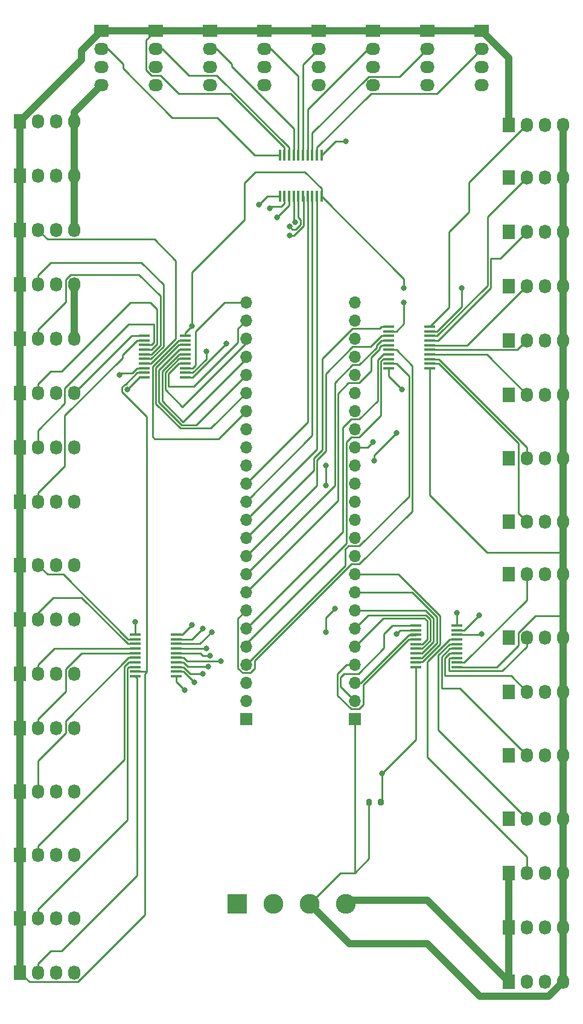
<source format=gbr>
%TF.GenerationSoftware,KiCad,Pcbnew,(5.1.8)-1*%
%TF.CreationDate,2021-03-01T08:31:10-06:00*%
%TF.ProjectId,CircuitBoard,43697263-7569-4744-926f-6172642e6b69,rev?*%
%TF.SameCoordinates,Original*%
%TF.FileFunction,Copper,L1,Top*%
%TF.FilePolarity,Positive*%
%FSLAX46Y46*%
G04 Gerber Fmt 4.6, Leading zero omitted, Abs format (unit mm)*
G04 Created by KiCad (PCBNEW (5.1.8)-1) date 2021-03-01 08:31:10*
%MOMM*%
%LPD*%
G01*
G04 APERTURE LIST*
%TA.AperFunction,SMDPad,CuDef*%
%ADD10R,1.570000X0.410000*%
%TD*%
%TA.AperFunction,SMDPad,CuDef*%
%ADD11R,0.410000X1.570000*%
%TD*%
%TA.AperFunction,ComponentPad*%
%ADD12C,2.780000*%
%TD*%
%TA.AperFunction,ComponentPad*%
%ADD13R,2.780000X2.780000*%
%TD*%
%TA.AperFunction,ComponentPad*%
%ADD14O,1.730000X2.030000*%
%TD*%
%TA.AperFunction,ComponentPad*%
%ADD15R,1.730000X2.030000*%
%TD*%
%TA.AperFunction,ComponentPad*%
%ADD16O,1.700000X1.700000*%
%TD*%
%TA.AperFunction,ComponentPad*%
%ADD17R,1.700000X1.700000*%
%TD*%
%TA.AperFunction,ComponentPad*%
%ADD18O,2.030000X1.730000*%
%TD*%
%TA.AperFunction,ComponentPad*%
%ADD19R,2.030000X1.730000*%
%TD*%
%TA.AperFunction,ViaPad*%
%ADD20C,0.800000*%
%TD*%
%TA.AperFunction,Conductor*%
%ADD21C,0.250000*%
%TD*%
%TA.AperFunction,Conductor*%
%ADD22C,1.016000*%
%TD*%
G04 APERTURE END LIST*
D10*
%TO.P,U5,20*%
%TO.N,Net-(J35-Pad2)*%
X105080000Y-95635000D03*
%TO.P,U5,19*%
%TO.N,Net-(J1-Pad1)*%
X105080000Y-94985000D03*
%TO.P,U5,18*%
%TO.N,Net-(J36-Pad2)*%
X105080000Y-94335000D03*
%TO.P,U5,17*%
%TO.N,Net-(J37-Pad2)*%
X105080000Y-93685000D03*
%TO.P,U5,16*%
%TO.N,Net-(J38-Pad2)*%
X105080000Y-93035000D03*
%TO.P,U5,15*%
%TO.N,Net-(J39-Pad2)*%
X105080000Y-92385000D03*
%TO.P,U5,14*%
%TO.N,Net-(J40-Pad2)*%
X105080000Y-91735000D03*
%TO.P,U5,13*%
%TO.N,Net-(J41-Pad2)*%
X105080000Y-91085000D03*
%TO.P,U5,12*%
%TO.N,Net-(J42-Pad2)*%
X105080000Y-90435000D03*
%TO.P,U5,11*%
%TO.N,Net-(J1-Pad4)*%
X105080000Y-89785000D03*
%TO.P,U5,10*%
%TO.N,Net-(R1-Pad2)*%
X110820000Y-89785000D03*
%TO.P,U5,9*%
%TO.N,Net-(J22-Pad18)*%
X110820000Y-90435000D03*
%TO.P,U5,8*%
%TO.N,Net-(J22-Pad19)*%
X110820000Y-91085000D03*
%TO.P,U5,7*%
%TO.N,Net-(J22-Pad20)*%
X110820000Y-91735000D03*
%TO.P,U5,6*%
%TO.N,Net-(J22-Pad21)*%
X110820000Y-92385000D03*
%TO.P,U5,5*%
%TO.N,Net-(J22-Pad22)*%
X110820000Y-93035000D03*
%TO.P,U5,4*%
%TO.N,Net-(J22-Pad23)*%
X110820000Y-93685000D03*
%TO.P,U5,3*%
%TO.N,Net-(J22-Pad24)*%
X110820000Y-94335000D03*
%TO.P,U5,2*%
%TO.N,Net-(J21-Pad15)*%
X110820000Y-94985000D03*
%TO.P,U5,1*%
%TO.N,Net-(J21-Pad24)*%
X110820000Y-95635000D03*
%TD*%
%TO.P,U4,20*%
%TO.N,Net-(J27-Pad2)*%
X103810000Y-137545000D03*
%TO.P,U4,19*%
%TO.N,Net-(J1-Pad1)*%
X103810000Y-136895000D03*
%TO.P,U4,18*%
%TO.N,Net-(J28-Pad2)*%
X103810000Y-136245000D03*
%TO.P,U4,17*%
%TO.N,Net-(J29-Pad2)*%
X103810000Y-135595000D03*
%TO.P,U4,16*%
%TO.N,Net-(J30-Pad2)*%
X103810000Y-134945000D03*
%TO.P,U4,15*%
%TO.N,Net-(J31-Pad2)*%
X103810000Y-134295000D03*
%TO.P,U4,14*%
%TO.N,Net-(J32-Pad2)*%
X103810000Y-133645000D03*
%TO.P,U4,13*%
%TO.N,Net-(J33-Pad2)*%
X103810000Y-132995000D03*
%TO.P,U4,12*%
%TO.N,Net-(J34-Pad2)*%
X103810000Y-132345000D03*
%TO.P,U4,11*%
%TO.N,Net-(J1-Pad4)*%
X103810000Y-131695000D03*
%TO.P,U4,10*%
%TO.N,Net-(R1-Pad2)*%
X109550000Y-131695000D03*
%TO.P,U4,9*%
%TO.N,Net-(J21-Pad23)*%
X109550000Y-132345000D03*
%TO.P,U4,8*%
%TO.N,Net-(J21-Pad22)*%
X109550000Y-132995000D03*
%TO.P,U4,7*%
%TO.N,Net-(J21-Pad21)*%
X109550000Y-133645000D03*
%TO.P,U4,6*%
%TO.N,Net-(J21-Pad20)*%
X109550000Y-134295000D03*
%TO.P,U4,5*%
%TO.N,Net-(J21-Pad19)*%
X109550000Y-134945000D03*
%TO.P,U4,4*%
%TO.N,Net-(J21-Pad18)*%
X109550000Y-135595000D03*
%TO.P,U4,3*%
%TO.N,Net-(J21-Pad17)*%
X109550000Y-136245000D03*
%TO.P,U4,2*%
%TO.N,Net-(J21-Pad15)*%
X109550000Y-136895000D03*
%TO.P,U4,1*%
%TO.N,Net-(J21-Pad16)*%
X109550000Y-137545000D03*
%TD*%
%TO.P,U3,20*%
%TO.N,Net-(J8-Pad2)*%
X145110000Y-88515000D03*
%TO.P,U3,19*%
%TO.N,Net-(J1-Pad1)*%
X145110000Y-89165000D03*
%TO.P,U3,18*%
%TO.N,Net-(J9-Pad2)*%
X145110000Y-89815000D03*
%TO.P,U3,17*%
%TO.N,Net-(J6-Pad2)*%
X145110000Y-90465000D03*
%TO.P,U3,16*%
%TO.N,Net-(J10-Pad2)*%
X145110000Y-91115000D03*
%TO.P,U3,15*%
%TO.N,Net-(J23-Pad2)*%
X145110000Y-91765000D03*
%TO.P,U3,14*%
%TO.N,Net-(J24-Pad2)*%
X145110000Y-92415000D03*
%TO.P,U3,13*%
%TO.N,Net-(J25-Pad2)*%
X145110000Y-93065000D03*
%TO.P,U3,12*%
%TO.N,Net-(J26-Pad2)*%
X145110000Y-93715000D03*
%TO.P,U3,11*%
%TO.N,Net-(J1-Pad4)*%
X145110000Y-94365000D03*
%TO.P,U3,10*%
%TO.N,Net-(R1-Pad2)*%
X139370000Y-94365000D03*
%TO.P,U3,9*%
%TO.N,Net-(J22-Pad4)*%
X139370000Y-93715000D03*
%TO.P,U3,8*%
%TO.N,Net-(J22-Pad5)*%
X139370000Y-93065000D03*
%TO.P,U3,7*%
%TO.N,Net-(J22-Pad6)*%
X139370000Y-92415000D03*
%TO.P,U3,6*%
%TO.N,Net-(J22-Pad7)*%
X139370000Y-91765000D03*
%TO.P,U3,5*%
%TO.N,Net-(J22-Pad8)*%
X139370000Y-91115000D03*
%TO.P,U3,4*%
%TO.N,Net-(J22-Pad9)*%
X139370000Y-90465000D03*
%TO.P,U3,3*%
%TO.N,Net-(J22-Pad10)*%
X139370000Y-89815000D03*
%TO.P,U3,2*%
%TO.N,Net-(J21-Pad15)*%
X139370000Y-89165000D03*
%TO.P,U3,1*%
%TO.N,Net-(J22-Pad11)*%
X139370000Y-88515000D03*
%TD*%
D11*
%TO.P,U2,20*%
%TO.N,Net-(J19-Pad2)*%
X124075000Y-64440000D03*
%TO.P,U2,19*%
%TO.N,Net-(J1-Pad1)*%
X124725000Y-64440000D03*
%TO.P,U2,18*%
%TO.N,Net-(J20-Pad2)*%
X125375000Y-64440000D03*
%TO.P,U2,17*%
%TO.N,Net-(J3-Pad2)*%
X126025000Y-64440000D03*
%TO.P,U2,16*%
%TO.N,Net-(J1-Pad2)*%
X126675000Y-64440000D03*
%TO.P,U2,15*%
%TO.N,Net-(J2-Pad2)*%
X127325000Y-64440000D03*
%TO.P,U2,14*%
%TO.N,Net-(J4-Pad2)*%
X127975000Y-64440000D03*
%TO.P,U2,13*%
%TO.N,Net-(J5-Pad2)*%
X128625000Y-64440000D03*
%TO.P,U2,12*%
%TO.N,Net-(J7-Pad2)*%
X129275000Y-64440000D03*
%TO.P,U2,11*%
%TO.N,Net-(J1-Pad4)*%
X129925000Y-64440000D03*
%TO.P,U2,10*%
%TO.N,Net-(R1-Pad2)*%
X129925000Y-70180000D03*
%TO.P,U2,9*%
%TO.N,Net-(J22-Pad12)*%
X129275000Y-70180000D03*
%TO.P,U2,8*%
%TO.N,Net-(J22-Pad13)*%
X128625000Y-70180000D03*
%TO.P,U2,7*%
%TO.N,Net-(J22-Pad14)*%
X127975000Y-70180000D03*
%TO.P,U2,6*%
%TO.N,Net-(J21-Pad14)*%
X127325000Y-70180000D03*
%TO.P,U2,5*%
%TO.N,Net-(J21-Pad13)*%
X126675000Y-70180000D03*
%TO.P,U2,4*%
%TO.N,Net-(J21-Pad12)*%
X126025000Y-70180000D03*
%TO.P,U2,3*%
%TO.N,Net-(J21-Pad11)*%
X125375000Y-70180000D03*
%TO.P,U2,2*%
%TO.N,Net-(J21-Pad15)*%
X124725000Y-70180000D03*
%TO.P,U2,1*%
%TO.N,Net-(J21-Pad10)*%
X124075000Y-70180000D03*
%TD*%
D10*
%TO.P,U1,20*%
%TO.N,Net-(J11-Pad2)*%
X148920000Y-130425000D03*
%TO.P,U1,19*%
%TO.N,Net-(J1-Pad1)*%
X148920000Y-131075000D03*
%TO.P,U1,18*%
%TO.N,Net-(J12-Pad2)*%
X148920000Y-131725000D03*
%TO.P,U1,17*%
%TO.N,Net-(J13-Pad2)*%
X148920000Y-132375000D03*
%TO.P,U1,16*%
%TO.N,Net-(J14-Pad2)*%
X148920000Y-133025000D03*
%TO.P,U1,15*%
%TO.N,Net-(J15-Pad2)*%
X148920000Y-133675000D03*
%TO.P,U1,14*%
%TO.N,Net-(J16-Pad2)*%
X148920000Y-134325000D03*
%TO.P,U1,13*%
%TO.N,Net-(J17-Pad2)*%
X148920000Y-134975000D03*
%TO.P,U1,12*%
%TO.N,Net-(J18-Pad2)*%
X148920000Y-135625000D03*
%TO.P,U1,11*%
%TO.N,Net-(J1-Pad4)*%
X148920000Y-136275000D03*
%TO.P,U1,10*%
%TO.N,Net-(R1-Pad2)*%
X143180000Y-136275000D03*
%TO.P,U1,9*%
%TO.N,Net-(J21-Pad9)*%
X143180000Y-135625000D03*
%TO.P,U1,8*%
%TO.N,Net-(J21-Pad8)*%
X143180000Y-134975000D03*
%TO.P,U1,7*%
%TO.N,Net-(J21-Pad7)*%
X143180000Y-134325000D03*
%TO.P,U1,6*%
%TO.N,Net-(J21-Pad6)*%
X143180000Y-133675000D03*
%TO.P,U1,5*%
%TO.N,Net-(J21-Pad5)*%
X143180000Y-133025000D03*
%TO.P,U1,4*%
%TO.N,Net-(J21-Pad4)*%
X143180000Y-132375000D03*
%TO.P,U1,3*%
%TO.N,Net-(J21-Pad3)*%
X143180000Y-131725000D03*
%TO.P,U1,2*%
%TO.N,Net-(J21-Pad15)*%
X143180000Y-131075000D03*
%TO.P,U1,1*%
%TO.N,Net-(J21-Pad2)*%
X143180000Y-130425000D03*
%TD*%
%TO.P,R1,2*%
%TO.N,Net-(R1-Pad2)*%
%TA.AperFunction,SMDPad,CuDef*%
G36*
G01*
X137839000Y-155469000D02*
X137839000Y-154919000D01*
G75*
G02*
X138039000Y-154719000I200000J0D01*
G01*
X138439000Y-154719000D01*
G75*
G02*
X138639000Y-154919000I0J-200000D01*
G01*
X138639000Y-155469000D01*
G75*
G02*
X138439000Y-155669000I-200000J0D01*
G01*
X138039000Y-155669000D01*
G75*
G02*
X137839000Y-155469000I0J200000D01*
G01*
G37*
%TD.AperFunction*%
%TO.P,R1,1*%
%TO.N,Net-(J1-Pad4)*%
%TA.AperFunction,SMDPad,CuDef*%
G36*
G01*
X136189000Y-155469000D02*
X136189000Y-154919000D01*
G75*
G02*
X136389000Y-154719000I200000J0D01*
G01*
X136789000Y-154719000D01*
G75*
G02*
X136989000Y-154919000I0J-200000D01*
G01*
X136989000Y-155469000D01*
G75*
G02*
X136789000Y-155669000I-200000J0D01*
G01*
X136389000Y-155669000D01*
G75*
G02*
X136189000Y-155469000I0J200000D01*
G01*
G37*
%TD.AperFunction*%
%TD*%
D12*
%TO.P,JMolex1,4*%
%TO.N,Net-(J1-Pad1)*%
X133350000Y-169418000D03*
%TO.P,JMolex1,3*%
%TO.N,Net-(J1-Pad4)*%
X128270000Y-169418000D03*
%TO.P,JMolex1,2*%
%TO.N,Net-(JMolex1-Pad2)*%
X123190000Y-169418000D03*
D13*
%TO.P,JMolex1,1*%
%TO.N,Net-(JMolex1-Pad1)*%
X118110000Y-169418000D03*
%TD*%
D14*
%TO.P,J42,4*%
%TO.N,Net-(J1-Pad4)*%
X95250000Y-113030000D03*
%TO.P,J42,3*%
%TO.N,Net-(J42-Pad3)*%
X92710000Y-113030000D03*
%TO.P,J42,2*%
%TO.N,Net-(J42-Pad2)*%
X90170000Y-113030000D03*
D15*
%TO.P,J42,1*%
%TO.N,Net-(J1-Pad1)*%
X87630000Y-113030000D03*
%TD*%
D14*
%TO.P,J41,4*%
%TO.N,Net-(J1-Pad4)*%
X95250000Y-105410000D03*
%TO.P,J41,3*%
%TO.N,Net-(J41-Pad3)*%
X92710000Y-105410000D03*
%TO.P,J41,2*%
%TO.N,Net-(J41-Pad2)*%
X90170000Y-105410000D03*
D15*
%TO.P,J41,1*%
%TO.N,Net-(J1-Pad1)*%
X87630000Y-105410000D03*
%TD*%
D14*
%TO.P,J40,4*%
%TO.N,Net-(J1-Pad4)*%
X95250000Y-97790000D03*
%TO.P,J40,3*%
%TO.N,Net-(J40-Pad3)*%
X92710000Y-97790000D03*
%TO.P,J40,2*%
%TO.N,Net-(J40-Pad2)*%
X90170000Y-97790000D03*
D15*
%TO.P,J40,1*%
%TO.N,Net-(J1-Pad1)*%
X87630000Y-97790000D03*
%TD*%
D14*
%TO.P,J39,4*%
%TO.N,Net-(J1-Pad4)*%
X95250000Y-90170000D03*
%TO.P,J39,3*%
%TO.N,Net-(J39-Pad3)*%
X92710000Y-90170000D03*
%TO.P,J39,2*%
%TO.N,Net-(J39-Pad2)*%
X90170000Y-90170000D03*
D15*
%TO.P,J39,1*%
%TO.N,Net-(J1-Pad1)*%
X87630000Y-90170000D03*
%TD*%
D14*
%TO.P,J38,4*%
%TO.N,Net-(J1-Pad4)*%
X95250000Y-82550000D03*
%TO.P,J38,3*%
%TO.N,Net-(J38-Pad3)*%
X92710000Y-82550000D03*
%TO.P,J38,2*%
%TO.N,Net-(J38-Pad2)*%
X90170000Y-82550000D03*
D15*
%TO.P,J38,1*%
%TO.N,Net-(J1-Pad1)*%
X87630000Y-82550000D03*
%TD*%
D14*
%TO.P,J37,4*%
%TO.N,Net-(J1-Pad4)*%
X95250000Y-74930000D03*
%TO.P,J37,3*%
%TO.N,Net-(J37-Pad3)*%
X92710000Y-74930000D03*
%TO.P,J37,2*%
%TO.N,Net-(J37-Pad2)*%
X90170000Y-74930000D03*
D15*
%TO.P,J37,1*%
%TO.N,Net-(J1-Pad1)*%
X87630000Y-74930000D03*
%TD*%
D14*
%TO.P,J36,4*%
%TO.N,Net-(J1-Pad4)*%
X95250000Y-67310000D03*
%TO.P,J36,3*%
%TO.N,Net-(J36-Pad3)*%
X92710000Y-67310000D03*
%TO.P,J36,2*%
%TO.N,Net-(J36-Pad2)*%
X90170000Y-67310000D03*
D15*
%TO.P,J36,1*%
%TO.N,Net-(J1-Pad1)*%
X87630000Y-67310000D03*
%TD*%
D14*
%TO.P,J35,4*%
%TO.N,Net-(J1-Pad4)*%
X95250000Y-59690000D03*
%TO.P,J35,3*%
%TO.N,Net-(J35-Pad3)*%
X92710000Y-59690000D03*
%TO.P,J35,2*%
%TO.N,Net-(J35-Pad2)*%
X90170000Y-59690000D03*
D15*
%TO.P,J35,1*%
%TO.N,Net-(J1-Pad1)*%
X87630000Y-59690000D03*
%TD*%
D14*
%TO.P,J34,4*%
%TO.N,Net-(J1-Pad4)*%
X95250000Y-121920000D03*
%TO.P,J34,3*%
%TO.N,Net-(J34-Pad3)*%
X92710000Y-121920000D03*
%TO.P,J34,2*%
%TO.N,Net-(J34-Pad2)*%
X90170000Y-121920000D03*
D15*
%TO.P,J34,1*%
%TO.N,Net-(J1-Pad1)*%
X87630000Y-121920000D03*
%TD*%
D14*
%TO.P,J33,4*%
%TO.N,Net-(J1-Pad4)*%
X95250000Y-129540000D03*
%TO.P,J33,3*%
%TO.N,Net-(J33-Pad3)*%
X92710000Y-129540000D03*
%TO.P,J33,2*%
%TO.N,Net-(J33-Pad2)*%
X90170000Y-129540000D03*
D15*
%TO.P,J33,1*%
%TO.N,Net-(J1-Pad1)*%
X87630000Y-129540000D03*
%TD*%
D14*
%TO.P,J32,4*%
%TO.N,Net-(J1-Pad4)*%
X95250000Y-137160000D03*
%TO.P,J32,3*%
%TO.N,Net-(J32-Pad3)*%
X92710000Y-137160000D03*
%TO.P,J32,2*%
%TO.N,Net-(J32-Pad2)*%
X90170000Y-137160000D03*
D15*
%TO.P,J32,1*%
%TO.N,Net-(J1-Pad1)*%
X87630000Y-137160000D03*
%TD*%
D14*
%TO.P,J31,4*%
%TO.N,Net-(J1-Pad4)*%
X95250000Y-144780000D03*
%TO.P,J31,3*%
%TO.N,Net-(J31-Pad3)*%
X92710000Y-144780000D03*
%TO.P,J31,2*%
%TO.N,Net-(J31-Pad2)*%
X90170000Y-144780000D03*
D15*
%TO.P,J31,1*%
%TO.N,Net-(J1-Pad1)*%
X87630000Y-144780000D03*
%TD*%
D14*
%TO.P,J30,4*%
%TO.N,Net-(J1-Pad4)*%
X95250000Y-153670000D03*
%TO.P,J30,3*%
%TO.N,Net-(J30-Pad3)*%
X92710000Y-153670000D03*
%TO.P,J30,2*%
%TO.N,Net-(J30-Pad2)*%
X90170000Y-153670000D03*
D15*
%TO.P,J30,1*%
%TO.N,Net-(J1-Pad1)*%
X87630000Y-153670000D03*
%TD*%
D14*
%TO.P,J29,4*%
%TO.N,Net-(J1-Pad4)*%
X95250000Y-162560000D03*
%TO.P,J29,3*%
%TO.N,Net-(J29-Pad3)*%
X92710000Y-162560000D03*
%TO.P,J29,2*%
%TO.N,Net-(J29-Pad2)*%
X90170000Y-162560000D03*
D15*
%TO.P,J29,1*%
%TO.N,Net-(J1-Pad1)*%
X87630000Y-162560000D03*
%TD*%
D14*
%TO.P,J28,4*%
%TO.N,Net-(J1-Pad4)*%
X95250000Y-171450000D03*
%TO.P,J28,3*%
%TO.N,Net-(J28-Pad3)*%
X92710000Y-171450000D03*
%TO.P,J28,2*%
%TO.N,Net-(J28-Pad2)*%
X90170000Y-171450000D03*
D15*
%TO.P,J28,1*%
%TO.N,Net-(J1-Pad1)*%
X87630000Y-171450000D03*
%TD*%
D14*
%TO.P,J27,4*%
%TO.N,Net-(J1-Pad4)*%
X95250000Y-179070000D03*
%TO.P,J27,3*%
%TO.N,Net-(J27-Pad3)*%
X92710000Y-179070000D03*
%TO.P,J27,2*%
%TO.N,Net-(J27-Pad2)*%
X90170000Y-179070000D03*
D15*
%TO.P,J27,1*%
%TO.N,Net-(J1-Pad1)*%
X87630000Y-179070000D03*
%TD*%
D14*
%TO.P,J26,4*%
%TO.N,Net-(J1-Pad4)*%
X163830000Y-115824000D03*
%TO.P,J26,3*%
%TO.N,Net-(J26-Pad3)*%
X161290000Y-115824000D03*
%TO.P,J26,2*%
%TO.N,Net-(J26-Pad2)*%
X158750000Y-115824000D03*
D15*
%TO.P,J26,1*%
%TO.N,Net-(J1-Pad1)*%
X156210000Y-115824000D03*
%TD*%
D14*
%TO.P,J25,4*%
%TO.N,Net-(J1-Pad4)*%
X163830000Y-106934000D03*
%TO.P,J25,3*%
%TO.N,Net-(J25-Pad3)*%
X161290000Y-106934000D03*
%TO.P,J25,2*%
%TO.N,Net-(J25-Pad2)*%
X158750000Y-106934000D03*
D15*
%TO.P,J25,1*%
%TO.N,Net-(J1-Pad1)*%
X156210000Y-106934000D03*
%TD*%
D14*
%TO.P,J24,4*%
%TO.N,Net-(J1-Pad4)*%
X163830000Y-98044000D03*
%TO.P,J24,3*%
%TO.N,Net-(J24-Pad3)*%
X161290000Y-98044000D03*
%TO.P,J24,2*%
%TO.N,Net-(J24-Pad2)*%
X158750000Y-98044000D03*
D15*
%TO.P,J24,1*%
%TO.N,Net-(J1-Pad1)*%
X156210000Y-98044000D03*
%TD*%
D14*
%TO.P,J23,4*%
%TO.N,Net-(J1-Pad4)*%
X163830000Y-90424000D03*
%TO.P,J23,3*%
%TO.N,Net-(J23-Pad3)*%
X161290000Y-90424000D03*
%TO.P,J23,2*%
%TO.N,Net-(J23-Pad2)*%
X158750000Y-90424000D03*
D15*
%TO.P,J23,1*%
%TO.N,Net-(J1-Pad1)*%
X156210000Y-90424000D03*
%TD*%
D16*
%TO.P,J22,24*%
%TO.N,Net-(J22-Pad24)*%
X119380000Y-85090000D03*
%TO.P,J22,23*%
%TO.N,Net-(J22-Pad23)*%
X119380000Y-87630000D03*
%TO.P,J22,22*%
%TO.N,Net-(J22-Pad22)*%
X119380000Y-90170000D03*
%TO.P,J22,21*%
%TO.N,Net-(J22-Pad21)*%
X119380000Y-92710000D03*
%TO.P,J22,20*%
%TO.N,Net-(J22-Pad20)*%
X119380000Y-95250000D03*
%TO.P,J22,19*%
%TO.N,Net-(J22-Pad19)*%
X119380000Y-97790000D03*
%TO.P,J22,18*%
%TO.N,Net-(J22-Pad18)*%
X119380000Y-100330000D03*
%TO.P,J22,17*%
%TO.N,Net-(J22-Pad17)*%
X119380000Y-102870000D03*
%TO.P,J22,16*%
%TO.N,Net-(J22-Pad16)*%
X119380000Y-105410000D03*
%TO.P,J22,15*%
%TO.N,Net-(J22-Pad15)*%
X119380000Y-107950000D03*
%TO.P,J22,14*%
%TO.N,Net-(J22-Pad14)*%
X119380000Y-110490000D03*
%TO.P,J22,13*%
%TO.N,Net-(J22-Pad13)*%
X119380000Y-113030000D03*
%TO.P,J22,12*%
%TO.N,Net-(J22-Pad12)*%
X119380000Y-115570000D03*
%TO.P,J22,11*%
%TO.N,Net-(J22-Pad11)*%
X119380000Y-118110000D03*
%TO.P,J22,10*%
%TO.N,Net-(J22-Pad10)*%
X119380000Y-120650000D03*
%TO.P,J22,9*%
%TO.N,Net-(J22-Pad9)*%
X119380000Y-123190000D03*
%TO.P,J22,8*%
%TO.N,Net-(J22-Pad8)*%
X119380000Y-125730000D03*
%TO.P,J22,7*%
%TO.N,Net-(J22-Pad7)*%
X119380000Y-128270000D03*
%TO.P,J22,6*%
%TO.N,Net-(J22-Pad6)*%
X119380000Y-130810000D03*
%TO.P,J22,5*%
%TO.N,Net-(J22-Pad5)*%
X119380000Y-133350000D03*
%TO.P,J22,4*%
%TO.N,Net-(J22-Pad4)*%
X119380000Y-135890000D03*
%TO.P,J22,3*%
%TO.N,Net-(J22-Pad3)*%
X119380000Y-138430000D03*
%TO.P,J22,2*%
%TO.N,Net-(J22-Pad2)*%
X119380000Y-140970000D03*
D17*
%TO.P,J22,1*%
%TO.N,Net-(J22-Pad1)*%
X119380000Y-143510000D03*
%TD*%
D16*
%TO.P,J21,24*%
%TO.N,Net-(J21-Pad24)*%
X134620000Y-85090000D03*
%TO.P,J21,23*%
%TO.N,Net-(J21-Pad23)*%
X134620000Y-87630000D03*
%TO.P,J21,22*%
%TO.N,Net-(J21-Pad22)*%
X134620000Y-90170000D03*
%TO.P,J21,21*%
%TO.N,Net-(J21-Pad21)*%
X134620000Y-92710000D03*
%TO.P,J21,20*%
%TO.N,Net-(J21-Pad20)*%
X134620000Y-95250000D03*
%TO.P,J21,19*%
%TO.N,Net-(J21-Pad19)*%
X134620000Y-97790000D03*
%TO.P,J21,18*%
%TO.N,Net-(J21-Pad18)*%
X134620000Y-100330000D03*
%TO.P,J21,17*%
%TO.N,Net-(J21-Pad17)*%
X134620000Y-102870000D03*
%TO.P,J21,16*%
%TO.N,Net-(J21-Pad16)*%
X134620000Y-105410000D03*
%TO.P,J21,15*%
%TO.N,Net-(J21-Pad15)*%
X134620000Y-107950000D03*
%TO.P,J21,14*%
%TO.N,Net-(J21-Pad14)*%
X134620000Y-110490000D03*
%TO.P,J21,13*%
%TO.N,Net-(J21-Pad13)*%
X134620000Y-113030000D03*
%TO.P,J21,12*%
%TO.N,Net-(J21-Pad12)*%
X134620000Y-115570000D03*
%TO.P,J21,11*%
%TO.N,Net-(J21-Pad11)*%
X134620000Y-118110000D03*
%TO.P,J21,10*%
%TO.N,Net-(J21-Pad10)*%
X134620000Y-120650000D03*
%TO.P,J21,9*%
%TO.N,Net-(J21-Pad9)*%
X134620000Y-123190000D03*
%TO.P,J21,8*%
%TO.N,Net-(J21-Pad8)*%
X134620000Y-125730000D03*
%TO.P,J21,7*%
%TO.N,Net-(J21-Pad7)*%
X134620000Y-128270000D03*
%TO.P,J21,6*%
%TO.N,Net-(J21-Pad6)*%
X134620000Y-130810000D03*
%TO.P,J21,5*%
%TO.N,Net-(J21-Pad5)*%
X134620000Y-133350000D03*
%TO.P,J21,4*%
%TO.N,Net-(J21-Pad4)*%
X134620000Y-135890000D03*
%TO.P,J21,3*%
%TO.N,Net-(J21-Pad3)*%
X134620000Y-138430000D03*
%TO.P,J21,2*%
%TO.N,Net-(J21-Pad2)*%
X134620000Y-140970000D03*
D17*
%TO.P,J21,1*%
%TO.N,Net-(J1-Pad4)*%
X134620000Y-143510000D03*
%TD*%
D18*
%TO.P,J20,4*%
%TO.N,Net-(J1-Pad4)*%
X106680000Y-54610000D03*
%TO.P,J20,3*%
%TO.N,Net-(J20-Pad3)*%
X106680000Y-52070000D03*
%TO.P,J20,2*%
%TO.N,Net-(J20-Pad2)*%
X106680000Y-49530000D03*
D19*
%TO.P,J20,1*%
%TO.N,Net-(J1-Pad1)*%
X106680000Y-46990000D03*
%TD*%
D18*
%TO.P,J19,4*%
%TO.N,Net-(J1-Pad4)*%
X99060000Y-54610000D03*
%TO.P,J19,3*%
%TO.N,Net-(J19-Pad3)*%
X99060000Y-52070000D03*
%TO.P,J19,2*%
%TO.N,Net-(J19-Pad2)*%
X99060000Y-49530000D03*
D19*
%TO.P,J19,1*%
%TO.N,Net-(J1-Pad1)*%
X99060000Y-46990000D03*
%TD*%
D14*
%TO.P,J18,4*%
%TO.N,Net-(J1-Pad4)*%
X163830000Y-123190000D03*
%TO.P,J18,3*%
%TO.N,Net-(J18-Pad3)*%
X161290000Y-123190000D03*
%TO.P,J18,2*%
%TO.N,Net-(J18-Pad2)*%
X158750000Y-123190000D03*
D15*
%TO.P,J18,1*%
%TO.N,Net-(J1-Pad1)*%
X156210000Y-123190000D03*
%TD*%
D14*
%TO.P,J17,4*%
%TO.N,Net-(J1-Pad4)*%
X163830000Y-132080000D03*
%TO.P,J17,3*%
%TO.N,Net-(J17-Pad3)*%
X161290000Y-132080000D03*
%TO.P,J17,2*%
%TO.N,Net-(J17-Pad2)*%
X158750000Y-132080000D03*
D15*
%TO.P,J17,1*%
%TO.N,Net-(J1-Pad1)*%
X156210000Y-132080000D03*
%TD*%
D14*
%TO.P,J16,4*%
%TO.N,Net-(J1-Pad4)*%
X163830000Y-139700000D03*
%TO.P,J16,3*%
%TO.N,Net-(J16-Pad3)*%
X161290000Y-139700000D03*
%TO.P,J16,2*%
%TO.N,Net-(J16-Pad2)*%
X158750000Y-139700000D03*
D15*
%TO.P,J16,1*%
%TO.N,Net-(J1-Pad1)*%
X156210000Y-139700000D03*
%TD*%
D14*
%TO.P,J15,4*%
%TO.N,Net-(J1-Pad4)*%
X163830000Y-148590000D03*
%TO.P,J15,3*%
%TO.N,Net-(J15-Pad3)*%
X161290000Y-148590000D03*
%TO.P,J15,2*%
%TO.N,Net-(J15-Pad2)*%
X158750000Y-148590000D03*
D15*
%TO.P,J15,1*%
%TO.N,Net-(J1-Pad1)*%
X156210000Y-148590000D03*
%TD*%
D14*
%TO.P,J14,4*%
%TO.N,Net-(J1-Pad4)*%
X163830000Y-157480000D03*
%TO.P,J14,3*%
%TO.N,Net-(J14-Pad3)*%
X161290000Y-157480000D03*
%TO.P,J14,2*%
%TO.N,Net-(J14-Pad2)*%
X158750000Y-157480000D03*
D15*
%TO.P,J14,1*%
%TO.N,Net-(J1-Pad1)*%
X156210000Y-157480000D03*
%TD*%
D14*
%TO.P,J13,4*%
%TO.N,Net-(J1-Pad4)*%
X163830000Y-165100000D03*
%TO.P,J13,3*%
%TO.N,Net-(J13-Pad3)*%
X161290000Y-165100000D03*
%TO.P,J13,2*%
%TO.N,Net-(J13-Pad2)*%
X158750000Y-165100000D03*
D15*
%TO.P,J13,1*%
%TO.N,Net-(J1-Pad1)*%
X156210000Y-165100000D03*
%TD*%
D14*
%TO.P,J12,4*%
%TO.N,Net-(J1-Pad4)*%
X163830000Y-172720000D03*
%TO.P,J12,3*%
%TO.N,Net-(J12-Pad3)*%
X161290000Y-172720000D03*
%TO.P,J12,2*%
%TO.N,Net-(J12-Pad2)*%
X158750000Y-172720000D03*
D15*
%TO.P,J12,1*%
%TO.N,Net-(J1-Pad1)*%
X156210000Y-172720000D03*
%TD*%
D14*
%TO.P,J11,4*%
%TO.N,Net-(J1-Pad4)*%
X163830000Y-180340000D03*
%TO.P,J11,3*%
%TO.N,Net-(J11-Pad3)*%
X161290000Y-180340000D03*
%TO.P,J11,2*%
%TO.N,Net-(J11-Pad2)*%
X158750000Y-180340000D03*
D15*
%TO.P,J11,1*%
%TO.N,Net-(J1-Pad1)*%
X156210000Y-180340000D03*
%TD*%
D14*
%TO.P,J10,4*%
%TO.N,Net-(J1-Pad4)*%
X163830000Y-82804000D03*
%TO.P,J10,3*%
%TO.N,Net-(J10-Pad3)*%
X161290000Y-82804000D03*
%TO.P,J10,2*%
%TO.N,Net-(J10-Pad2)*%
X158750000Y-82804000D03*
D15*
%TO.P,J10,1*%
%TO.N,Net-(J1-Pad1)*%
X156210000Y-82804000D03*
%TD*%
D14*
%TO.P,J9,4*%
%TO.N,Net-(J1-Pad4)*%
X163830000Y-67564000D03*
%TO.P,J9,3*%
%TO.N,Net-(J9-Pad3)*%
X161290000Y-67564000D03*
%TO.P,J9,2*%
%TO.N,Net-(J9-Pad2)*%
X158750000Y-67564000D03*
D15*
%TO.P,J9,1*%
%TO.N,Net-(J1-Pad1)*%
X156210000Y-67564000D03*
%TD*%
D14*
%TO.P,J8,4*%
%TO.N,Net-(J1-Pad4)*%
X163830000Y-60198000D03*
%TO.P,J8,3*%
%TO.N,Net-(J8-Pad3)*%
X161290000Y-60198000D03*
%TO.P,J8,2*%
%TO.N,Net-(J8-Pad2)*%
X158750000Y-60198000D03*
D15*
%TO.P,J8,1*%
%TO.N,Net-(J1-Pad1)*%
X156210000Y-60198000D03*
%TD*%
D18*
%TO.P,J7,4*%
%TO.N,Net-(J1-Pad4)*%
X152400000Y-54610000D03*
%TO.P,J7,3*%
%TO.N,Net-(J7-Pad3)*%
X152400000Y-52070000D03*
%TO.P,J7,2*%
%TO.N,Net-(J7-Pad2)*%
X152400000Y-49530000D03*
D19*
%TO.P,J7,1*%
%TO.N,Net-(J1-Pad1)*%
X152400000Y-46990000D03*
%TD*%
D14*
%TO.P,J6,4*%
%TO.N,Net-(J1-Pad4)*%
X163830000Y-75184000D03*
%TO.P,J6,3*%
%TO.N,Net-(J6-Pad3)*%
X161290000Y-75184000D03*
%TO.P,J6,2*%
%TO.N,Net-(J6-Pad2)*%
X158750000Y-75184000D03*
D15*
%TO.P,J6,1*%
%TO.N,Net-(J1-Pad1)*%
X156210000Y-75184000D03*
%TD*%
D18*
%TO.P,J5,4*%
%TO.N,Net-(J1-Pad4)*%
X144780000Y-54610000D03*
%TO.P,J5,3*%
%TO.N,Net-(J5-Pad3)*%
X144780000Y-52070000D03*
%TO.P,J5,2*%
%TO.N,Net-(J5-Pad2)*%
X144780000Y-49530000D03*
D19*
%TO.P,J5,1*%
%TO.N,Net-(J1-Pad1)*%
X144780000Y-46990000D03*
%TD*%
D18*
%TO.P,J4,4*%
%TO.N,Net-(J1-Pad4)*%
X137160000Y-54610000D03*
%TO.P,J4,3*%
%TO.N,Net-(J4-Pad3)*%
X137160000Y-52070000D03*
%TO.P,J4,2*%
%TO.N,Net-(J4-Pad2)*%
X137160000Y-49530000D03*
D19*
%TO.P,J4,1*%
%TO.N,Net-(J1-Pad1)*%
X137160000Y-46990000D03*
%TD*%
D18*
%TO.P,J3,4*%
%TO.N,Net-(J1-Pad4)*%
X114300000Y-54610000D03*
%TO.P,J3,3*%
%TO.N,Net-(J3-Pad3)*%
X114300000Y-52070000D03*
%TO.P,J3,2*%
%TO.N,Net-(J3-Pad2)*%
X114300000Y-49530000D03*
D19*
%TO.P,J3,1*%
%TO.N,Net-(J1-Pad1)*%
X114300000Y-46990000D03*
%TD*%
D18*
%TO.P,J2,4*%
%TO.N,Net-(J1-Pad4)*%
X129540000Y-54610000D03*
%TO.P,J2,3*%
%TO.N,Net-(J2-Pad3)*%
X129540000Y-52070000D03*
%TO.P,J2,2*%
%TO.N,Net-(J2-Pad2)*%
X129540000Y-49530000D03*
D19*
%TO.P,J2,1*%
%TO.N,Net-(J1-Pad1)*%
X129540000Y-46990000D03*
%TD*%
D18*
%TO.P,J1,4*%
%TO.N,Net-(J1-Pad4)*%
X121920000Y-54610000D03*
%TO.P,J1,3*%
%TO.N,Net-(J1-Pad3)*%
X121920000Y-52070000D03*
%TO.P,J1,2*%
%TO.N,Net-(J1-Pad2)*%
X121920000Y-49530000D03*
D19*
%TO.P,J1,1*%
%TO.N,Net-(J1-Pad1)*%
X121920000Y-46990000D03*
%TD*%
D20*
%TO.N,Net-(J1-Pad4)*%
X133350000Y-62484000D03*
X103810000Y-129870000D03*
%TO.N,Net-(J1-Pad1)*%
X149606000Y-83058000D03*
X152072000Y-128958000D03*
%TO.N,Net-(J11-Pad2)*%
X148920000Y-128600000D03*
%TO.N,Net-(J12-Pad2)*%
X152400000Y-131572000D03*
%TO.N,Net-(J21-Pad24)*%
X116572000Y-90918000D03*
%TO.N,Net-(J21-Pad23)*%
X113284000Y-130810000D03*
%TO.N,Net-(J21-Pad22)*%
X114554000Y-131318000D03*
%TO.N,Net-(J21-Pad21)*%
X113751000Y-133645000D03*
%TO.N,Net-(J21-Pad20)*%
X114300000Y-134620000D03*
%TO.N,Net-(J21-Pad19)*%
X115824000Y-135382000D03*
%TO.N,Net-(J21-Pad18)*%
X114046000Y-136144000D03*
%TO.N,Net-(J21-Pad17)*%
X113284000Y-137160000D03*
%TO.N,Net-(J21-Pad16)*%
X110744000Y-139446000D03*
X137160000Y-104648000D03*
X130556000Y-131318000D03*
X131826000Y-128016000D03*
X130556000Y-110744000D03*
X130556000Y-107950000D03*
%TO.N,Net-(J21-Pad15)*%
X112067000Y-138377000D03*
X122682000Y-71882000D03*
X113792000Y-91948000D03*
X141478000Y-85090000D03*
X137287000Y-107315000D03*
X140462000Y-103378000D03*
X140462000Y-131572000D03*
%TO.N,Net-(J21-Pad14)*%
X125476000Y-75692000D03*
%TO.N,Net-(J21-Pad13)*%
X125417177Y-74467425D03*
%TO.N,Net-(J21-Pad12)*%
X126224291Y-73877010D03*
%TO.N,Net-(J21-Pad11)*%
X123698000Y-73152000D03*
%TO.N,Net-(J21-Pad10)*%
X121158000Y-71374000D03*
%TO.N,Net-(J35-Pad2)*%
X102652999Y-97336610D03*
%TO.N,Net-(J36-Pad2)*%
X101600000Y-95250000D03*
%TO.N,Net-(R1-Pad2)*%
X111760000Y-130302000D03*
X138430000Y-151130000D03*
X111760000Y-88392000D03*
X141224000Y-97282000D03*
X141478000Y-83058000D03*
%TD*%
D21*
%TO.N,Net-(J1-Pad4)*%
X134620000Y-143510000D02*
X134620000Y-165100000D01*
D22*
X163830000Y-172720000D02*
X163830000Y-180340000D01*
X163830000Y-172720000D02*
X163830000Y-165100000D01*
X163830000Y-165100000D02*
X163830000Y-157480000D01*
X163830000Y-157480000D02*
X163830000Y-148590000D01*
X163830000Y-148590000D02*
X163830000Y-139700000D01*
X163830000Y-139700000D02*
X163830000Y-132080000D01*
X163830000Y-115824000D02*
X163830000Y-106934000D01*
X163830000Y-106934000D02*
X163830000Y-98044000D01*
X163830000Y-98044000D02*
X163830000Y-90424000D01*
X163830000Y-90424000D02*
X163830000Y-82804000D01*
X163830000Y-82804000D02*
X163830000Y-75184000D01*
X163830000Y-75184000D02*
X163830000Y-67564000D01*
X163830000Y-67564000D02*
X163830000Y-60198000D01*
X95250000Y-90170000D02*
X95250000Y-82550000D01*
X95250000Y-74930000D02*
X95250000Y-67310000D01*
X95250000Y-67310000D02*
X95250000Y-59690000D01*
X95250000Y-58420000D02*
X99060000Y-54610000D01*
X95250000Y-59690000D02*
X95250000Y-58420000D01*
D21*
X131881000Y-62484000D02*
X129925000Y-64440000D01*
X133350000Y-62484000D02*
X131881000Y-62484000D01*
X103810000Y-131695000D02*
X103810000Y-129870000D01*
X103810000Y-129870000D02*
X103810000Y-129870000D01*
X145110000Y-94365000D02*
X145110000Y-112090000D01*
X153162000Y-120142000D02*
X163830000Y-120142000D01*
X145110000Y-112090000D02*
X153162000Y-120142000D01*
D22*
X163830000Y-120142000D02*
X163830000Y-115824000D01*
X163830000Y-123190000D02*
X163830000Y-120142000D01*
D21*
X157559990Y-131437082D02*
X159952073Y-129044999D01*
X157559990Y-133195012D02*
X157559990Y-131437082D01*
X154480002Y-136275000D02*
X157559990Y-133195012D01*
X159952073Y-129044999D02*
X163588999Y-129044999D01*
X163588999Y-129044999D02*
X163830000Y-129286000D01*
X148920000Y-136275000D02*
X154480002Y-136275000D01*
D22*
X163830000Y-132080000D02*
X163830000Y-129286000D01*
X163830000Y-129286000D02*
X163830000Y-123190000D01*
D21*
X103255000Y-89785000D02*
X95250000Y-97790000D01*
X105080000Y-89785000D02*
X103255000Y-89785000D01*
X132588000Y-165100000D02*
X128270000Y-169418000D01*
X134620000Y-165100000D02*
X132588000Y-165100000D01*
D22*
X133858000Y-175006000D02*
X128270000Y-169418000D01*
X144780000Y-175006000D02*
X133858000Y-175006000D01*
X152146000Y-182372000D02*
X144780000Y-175006000D01*
X161798000Y-182372000D02*
X152146000Y-182372000D01*
X163830000Y-180340000D02*
X161798000Y-182372000D01*
D21*
X136589000Y-163131000D02*
X134620000Y-165100000D01*
X136589000Y-155194000D02*
X136589000Y-163131000D01*
%TO.N,Net-(J1-Pad2)*%
X126675000Y-53369998D02*
X122835002Y-49530000D01*
X122835002Y-49530000D02*
X121920000Y-49530000D01*
X126675000Y-64440000D02*
X126675000Y-53369998D01*
D22*
%TO.N,Net-(J1-Pad1)*%
X156210000Y-50800000D02*
X152400000Y-46990000D01*
X156210000Y-60198000D02*
X156210000Y-50800000D01*
X152400000Y-46990000D02*
X144780000Y-46990000D01*
X144780000Y-46990000D02*
X137160000Y-46990000D01*
X137160000Y-46990000D02*
X129540000Y-46990000D01*
X129540000Y-46990000D02*
X121920000Y-46990000D01*
X121920000Y-46990000D02*
X114300000Y-46990000D01*
X114300000Y-46990000D02*
X106680000Y-46990000D01*
X106680000Y-46990000D02*
X99060000Y-46990000D01*
X87630000Y-59690000D02*
X87630000Y-67310000D01*
X87630000Y-67310000D02*
X87630000Y-74930000D01*
X87630000Y-74930000D02*
X87630000Y-82550000D01*
X87630000Y-82550000D02*
X87630000Y-90170000D01*
X87630000Y-90170000D02*
X87630000Y-97790000D01*
X87630000Y-97790000D02*
X87630000Y-105410000D01*
X87630000Y-105410000D02*
X87630000Y-113030000D01*
X87630000Y-113030000D02*
X87630000Y-121920000D01*
X87630000Y-121920000D02*
X87630000Y-129540000D01*
X87630000Y-129540000D02*
X87630000Y-137160000D01*
X87630000Y-137160000D02*
X87630000Y-144780000D01*
X87630000Y-144780000D02*
X87630000Y-153670000D01*
X87630000Y-153670000D02*
X87630000Y-162560000D01*
X87630000Y-162560000D02*
X87630000Y-171450000D01*
X87630000Y-171450000D02*
X87630000Y-179070000D01*
X144780000Y-168910000D02*
X156210000Y-180340000D01*
X156210000Y-180340000D02*
X156210000Y-172720000D01*
X156210000Y-172720000D02*
X156210000Y-165100000D01*
D21*
X105339990Y-48330010D02*
X106680000Y-46990000D01*
X105339990Y-52562918D02*
X105339990Y-48330010D01*
X107362010Y-53260010D02*
X106037082Y-53260010D01*
X109902010Y-55800010D02*
X107362010Y-53260010D01*
X106037082Y-53260010D02*
X105339990Y-52562918D01*
X117120010Y-55800010D02*
X109902010Y-55800010D01*
X124725000Y-63405000D02*
X117120010Y-55800010D01*
X124725000Y-64440000D02*
X124725000Y-63405000D01*
X146145000Y-89165000D02*
X149606000Y-85704000D01*
X145110000Y-89165000D02*
X146145000Y-89165000D01*
X149606000Y-85704000D02*
X149606000Y-83058000D01*
X149606000Y-83058000D02*
X149606000Y-83058000D01*
X149955000Y-131075000D02*
X152072000Y-128958000D01*
X148920000Y-131075000D02*
X149955000Y-131075000D01*
X152072000Y-128958000D02*
X152146000Y-128884000D01*
D22*
X133858000Y-168910000D02*
X133350000Y-169418000D01*
X144780000Y-168910000D02*
X133858000Y-168910000D01*
X99060000Y-46990000D02*
X96266000Y-49784000D01*
X94996000Y-52324000D02*
X87630000Y-59690000D01*
X96266000Y-51054000D02*
X94996000Y-52324000D01*
X96266000Y-49784000D02*
X96266000Y-51054000D01*
D21*
X102304998Y-96611609D02*
X102418391Y-96611609D01*
X105410000Y-101166613D02*
X101927998Y-97684611D01*
X102418391Y-96611609D02*
X104045000Y-94985000D01*
X105410000Y-136906000D02*
X105410000Y-101166613D01*
X101927998Y-96988609D02*
X102304998Y-96611609D01*
X105156000Y-137160000D02*
X105410000Y-136906000D01*
X101927998Y-97684611D02*
X101927998Y-96988609D01*
X105156000Y-170996928D02*
X105156000Y-137160000D01*
X95742918Y-180410010D02*
X105156000Y-170996928D01*
X88970010Y-180410010D02*
X95742918Y-180410010D01*
X104045000Y-94985000D02*
X105080000Y-94985000D01*
X87630000Y-179070000D02*
X88970010Y-180410010D01*
X105399000Y-136895000D02*
X105410000Y-136906000D01*
X103810000Y-136895000D02*
X105399000Y-136895000D01*
%TO.N,Net-(J2-Pad2)*%
X127325000Y-51745000D02*
X129540000Y-49530000D01*
X127325000Y-64440000D02*
X127325000Y-51745000D01*
%TO.N,Net-(J3-Pad2)*%
X115215002Y-49530000D02*
X114300000Y-49530000D01*
X117335001Y-52057001D02*
X117335001Y-51649999D01*
X117335001Y-51649999D02*
X115215002Y-49530000D01*
X126025000Y-60747000D02*
X117335001Y-52057001D01*
X126025000Y-64440000D02*
X126025000Y-60747000D01*
%TO.N,Net-(J4-Pad2)*%
X127975000Y-58007928D02*
X136452928Y-49530000D01*
X136452928Y-49530000D02*
X137160000Y-49530000D01*
X127975000Y-64440000D02*
X127975000Y-58007928D01*
%TO.N,Net-(J5-Pad2)*%
X128625000Y-64440000D02*
X128625000Y-61312072D01*
X128625000Y-61312072D02*
X136517082Y-53419990D01*
X136517082Y-53419990D02*
X140890010Y-53419990D01*
X140890010Y-53419990D02*
X144780000Y-49530000D01*
%TO.N,Net-(J6-Pad2)*%
X155019999Y-78914001D02*
X158750000Y-75184000D01*
X153670000Y-78914001D02*
X155019999Y-78914001D01*
X153670000Y-83058000D02*
X153670000Y-78914001D01*
X146263000Y-90465000D02*
X153670000Y-83058000D01*
X145110000Y-90465000D02*
X146263000Y-90465000D01*
%TO.N,Net-(J7-Pad2)*%
X146129990Y-55800010D02*
X152400000Y-49530000D01*
X136879990Y-55800010D02*
X146129990Y-55800010D01*
X129275000Y-63405000D02*
X136879990Y-55800010D01*
X129275000Y-64440000D02*
X129275000Y-63405000D01*
%TO.N,Net-(J8-Pad2)*%
X147828000Y-85797000D02*
X145110000Y-88515000D01*
X147828000Y-75184000D02*
X147828000Y-85797000D01*
X150622000Y-72390000D02*
X147828000Y-75184000D01*
X150622000Y-68251002D02*
X150622000Y-72390000D01*
X158675002Y-60198000D02*
X150622000Y-68251002D01*
X158750000Y-60198000D02*
X158675002Y-60198000D01*
%TO.N,Net-(J9-Pad2)*%
X158750000Y-67564000D02*
X153219989Y-73094011D01*
X153219989Y-73094011D02*
X153219989Y-82740011D01*
X153219989Y-82740011D02*
X146145000Y-89815000D01*
X146145000Y-89815000D02*
X145110000Y-89815000D01*
%TO.N,Net-(J10-Pad2)*%
X158675002Y-82804000D02*
X158750000Y-82804000D01*
X150364002Y-91115000D02*
X158675002Y-82804000D01*
X149931000Y-91115000D02*
X150364002Y-91115000D01*
X145110000Y-91115000D02*
X149931000Y-91115000D01*
X149931000Y-91115000D02*
X150110002Y-91115000D01*
%TO.N,Net-(J11-Pad2)*%
X148920000Y-130425000D02*
X148920000Y-128600000D01*
X148920000Y-128600000D02*
X148920000Y-128600000D01*
%TO.N,Net-(J12-Pad2)*%
X148920000Y-131725000D02*
X152247000Y-131725000D01*
X152247000Y-131725000D02*
X152400000Y-131572000D01*
X152400000Y-131572000D02*
X152400000Y-131572000D01*
%TO.N,Net-(J13-Pad2)*%
X144780000Y-135480000D02*
X144780000Y-148844000D01*
X147885000Y-132375000D02*
X144780000Y-135480000D01*
X158750000Y-162814000D02*
X158750000Y-165100000D01*
X144780000Y-148844000D02*
X158750000Y-162814000D01*
X148920000Y-132375000D02*
X147885000Y-132375000D01*
%TO.N,Net-(J14-Pad2)*%
X146304000Y-134606000D02*
X146304000Y-145034000D01*
X148920000Y-133025000D02*
X147885000Y-133025000D01*
X147885000Y-133025000D02*
X146304000Y-134606000D01*
X146304000Y-145034000D02*
X158750000Y-157480000D01*
%TO.N,Net-(J15-Pad2)*%
X149352000Y-139192000D02*
X158750000Y-148590000D01*
X146754011Y-139192000D02*
X149352000Y-139192000D01*
X146754011Y-134805989D02*
X146754011Y-139192000D01*
X147885000Y-133675000D02*
X146754011Y-134805989D01*
X148920000Y-133675000D02*
X147885000Y-133675000D01*
%TO.N,Net-(J16-Pad2)*%
X156537989Y-137487989D02*
X158750000Y-139700000D01*
X148920000Y-134325000D02*
X147885000Y-134325000D01*
X147885000Y-134325000D02*
X147204022Y-135005978D01*
X147204022Y-135005978D02*
X147204022Y-137487989D01*
X147204022Y-137487989D02*
X156537989Y-137487989D01*
%TO.N,Net-(J17-Pad2)*%
X147874999Y-136805001D02*
X155289999Y-136805001D01*
X148920000Y-134975000D02*
X147885000Y-134975000D01*
X158750000Y-133345000D02*
X158750000Y-132080000D01*
X147809999Y-136740001D02*
X147874999Y-136805001D01*
X155289999Y-136805001D02*
X158750000Y-133345000D01*
X147809999Y-135050001D02*
X147809999Y-136740001D01*
X147885000Y-134975000D02*
X147809999Y-135050001D01*
%TO.N,Net-(J18-Pad2)*%
X158750000Y-126830000D02*
X158750000Y-123190000D01*
X149955000Y-135625000D02*
X158750000Y-126830000D01*
X148920000Y-135625000D02*
X149955000Y-135625000D01*
%TO.N,Net-(J19-Pad2)*%
X102095001Y-51649999D02*
X99975002Y-49530000D01*
X102095001Y-52311001D02*
X102095001Y-51649999D01*
X108966000Y-59182000D02*
X102095001Y-52311001D01*
X115316000Y-59182000D02*
X108966000Y-59182000D01*
X120574000Y-64440000D02*
X115316000Y-59182000D01*
X99975002Y-49530000D02*
X99060000Y-49530000D01*
X124075000Y-64440000D02*
X120574000Y-64440000D01*
%TO.N,Net-(J20-Pad2)*%
X107595002Y-49530000D02*
X106680000Y-49530000D01*
X111325012Y-53260010D02*
X107595002Y-49530000D01*
X115230010Y-53260010D02*
X111325012Y-53260010D01*
X125375000Y-63405000D02*
X115230010Y-53260010D01*
X125375000Y-64440000D02*
X125375000Y-63405000D01*
%TO.N,Net-(J21-Pad24)*%
X110820000Y-95635000D02*
X111855000Y-95635000D01*
X111855000Y-95635000D02*
X116572000Y-90918000D01*
X116572000Y-90918000D02*
X116586000Y-90904000D01*
%TO.N,Net-(J21-Pad23)*%
X109550000Y-132345000D02*
X111749000Y-132345000D01*
X111749000Y-132345000D02*
X113284000Y-130810000D01*
X113284000Y-130810000D02*
X113284000Y-130810000D01*
%TO.N,Net-(J21-Pad22)*%
X109550000Y-132995000D02*
X112877000Y-132995000D01*
X112877000Y-132995000D02*
X114554000Y-131318000D01*
X114554000Y-131318000D02*
X114554000Y-131318000D01*
%TO.N,Net-(J21-Pad21)*%
X109550000Y-133645000D02*
X113751000Y-133645000D01*
X113751000Y-133645000D02*
X113751000Y-133645000D01*
%TO.N,Net-(J21-Pad20)*%
X109550000Y-134295000D02*
X112705000Y-134295000D01*
X112705000Y-134295000D02*
X112959000Y-134295000D01*
X112959000Y-134295000D02*
X113284000Y-134620000D01*
X113284000Y-134620000D02*
X114300000Y-134620000D01*
X114300000Y-134620000D02*
X114300000Y-134620000D01*
%TO.N,Net-(J21-Pad19)*%
X110585000Y-134945000D02*
X111022000Y-135382000D01*
X109550000Y-134945000D02*
X110585000Y-134945000D01*
X111022000Y-135382000D02*
X115824000Y-135382000D01*
X115824000Y-135382000D02*
X115824000Y-135382000D01*
%TO.N,Net-(J21-Pad18)*%
X110585000Y-135595000D02*
X111134000Y-136144000D01*
X109550000Y-135595000D02*
X110585000Y-135595000D01*
X111134000Y-136144000D02*
X114046000Y-136144000D01*
X114046000Y-136144000D02*
X114046000Y-136144000D01*
%TO.N,Net-(J21-Pad17)*%
X110585000Y-136245000D02*
X111500000Y-137160000D01*
X109550000Y-136245000D02*
X110585000Y-136245000D01*
X111500000Y-137160000D02*
X112522000Y-137160000D01*
X112522000Y-137160000D02*
X113284000Y-137160000D01*
X113284000Y-137160000D02*
X113284000Y-137160000D01*
%TO.N,Net-(J21-Pad16)*%
X109550000Y-137545000D02*
X109550000Y-137998000D01*
X109550000Y-138252000D02*
X110744000Y-139446000D01*
X110744000Y-139446000D02*
X110744000Y-139446000D01*
X109550000Y-138100000D02*
X109550000Y-137545000D01*
X109550000Y-138100000D02*
X109550000Y-138252000D01*
X134620000Y-105410000D02*
X136398000Y-105410000D01*
X136398000Y-105410000D02*
X137160000Y-104648000D01*
X137160000Y-104648000D02*
X137160000Y-104648000D01*
X130556000Y-131318000D02*
X130556000Y-130048000D01*
X130556000Y-130048000D02*
X130556000Y-129286000D01*
X130556000Y-129286000D02*
X131826000Y-128016000D01*
X131826000Y-128016000D02*
X131826000Y-128016000D01*
X130556000Y-110744000D02*
X130556000Y-107950000D01*
X130556000Y-107950000D02*
X130556000Y-107950000D01*
%TO.N,Net-(J21-Pad15)*%
X110585000Y-136895000D02*
X112067000Y-138377000D01*
X109550000Y-136895000D02*
X110585000Y-136895000D01*
X112067000Y-138377000D02*
X112120000Y-138430000D01*
X124725000Y-71215000D02*
X124312000Y-71628000D01*
X124725000Y-70180000D02*
X124725000Y-71215000D01*
X124312000Y-71628000D02*
X122682000Y-71628000D01*
X122682000Y-71628000D02*
X122682000Y-71882000D01*
X122682000Y-71882000D02*
X122682000Y-71882000D01*
X111855000Y-94985000D02*
X113792000Y-93048000D01*
X110820000Y-94985000D02*
X111855000Y-94985000D01*
X113792000Y-93048000D02*
X113792000Y-91948000D01*
X113792000Y-91948000D02*
X113792000Y-91948000D01*
X140405000Y-89165000D02*
X141478000Y-88092000D01*
X139370000Y-89165000D02*
X140405000Y-89165000D01*
X141478000Y-88092000D02*
X141478000Y-85090000D01*
X141478000Y-85090000D02*
X141478000Y-85090000D01*
X137287000Y-107315000D02*
X137287000Y-106553000D01*
X137287000Y-106553000D02*
X140462000Y-103378000D01*
X140462000Y-103378000D02*
X140462000Y-103378000D01*
X143180000Y-131075000D02*
X140959000Y-131075000D01*
X140959000Y-131075000D02*
X140462000Y-131572000D01*
X140462000Y-131572000D02*
X140462000Y-131572000D01*
%TO.N,Net-(J21-Pad14)*%
X125476000Y-75692000D02*
X125476000Y-75692000D01*
X127325000Y-70180000D02*
X127399303Y-70254303D01*
X127399303Y-70254303D02*
X127399303Y-74370433D01*
X127399303Y-74370433D02*
X126077736Y-75692000D01*
X126077736Y-75692000D02*
X125476000Y-75692000D01*
%TO.N,Net-(J21-Pad13)*%
X125476000Y-74422000D02*
X125476000Y-74422000D01*
X125817176Y-74867424D02*
X125417177Y-74467425D01*
X126265901Y-74867424D02*
X125817176Y-74867424D01*
X126949292Y-73488031D02*
X126949292Y-74184033D01*
X126949292Y-74184033D02*
X126265901Y-74867424D01*
X126675000Y-73213739D02*
X126949292Y-73488031D01*
X126675000Y-70180000D02*
X126675000Y-73213739D01*
%TO.N,Net-(J21-Pad12)*%
X126025000Y-73677719D02*
X126224291Y-73877010D01*
X126025000Y-70180000D02*
X126025000Y-73677719D01*
%TO.N,Net-(J21-Pad11)*%
X125375000Y-70180000D02*
X125375000Y-71475000D01*
X125375000Y-71475000D02*
X123698000Y-73152000D01*
X123698000Y-73152000D02*
X123698000Y-73152000D01*
%TO.N,Net-(J21-Pad10)*%
X124075000Y-70180000D02*
X122352000Y-70180000D01*
X122352000Y-70180000D02*
X121158000Y-71374000D01*
X121158000Y-71374000D02*
X121158000Y-71374000D01*
%TO.N,Net-(J21-Pad9)*%
X143180000Y-135505001D02*
X144118589Y-135505001D01*
X144118589Y-135505001D02*
X146540052Y-133083538D01*
X146540052Y-133083538D02*
X146540053Y-129028000D01*
X146540053Y-129028000D02*
X140702053Y-123190000D01*
X140702053Y-123190000D02*
X134620000Y-123190000D01*
%TO.N,Net-(J21-Pad8)*%
X142605648Y-125730001D02*
X146090042Y-129214400D01*
X144012178Y-134975000D02*
X143180000Y-134975000D01*
X146090042Y-132897138D02*
X144012178Y-134975000D01*
X146090042Y-129214400D02*
X146090042Y-132897138D01*
X134620000Y-125730000D02*
X142605648Y-125730001D01*
%TO.N,Net-(J21-Pad7)*%
X144025770Y-134325000D02*
X143180000Y-134325000D01*
X144509233Y-128270000D02*
X145640031Y-129400800D01*
X145640031Y-132710739D02*
X144025770Y-134325000D01*
X145640031Y-129400800D02*
X145640031Y-132710739D01*
X134620000Y-128270000D02*
X144509233Y-128270000D01*
%TO.N,Net-(J21-Pad6)*%
X145190020Y-132524339D02*
X144039357Y-133675000D01*
X144554791Y-128951969D02*
X145190020Y-129587200D01*
X134620000Y-130810000D02*
X136478031Y-128951969D01*
X144039357Y-133675000D02*
X143180000Y-133675000D01*
X145190020Y-129587200D02*
X145190020Y-132524339D01*
X136478031Y-128951969D02*
X144554791Y-128951969D01*
%TO.N,Net-(J21-Pad5)*%
X144740009Y-129773600D02*
X144740009Y-132337939D01*
X144052946Y-133025000D02*
X143180000Y-133025000D01*
X144368391Y-129401980D02*
X144740009Y-129773600D01*
X144740009Y-132337939D02*
X144052946Y-133025000D01*
X138568020Y-129401980D02*
X144368391Y-129401980D01*
X134620000Y-133350000D02*
X138568020Y-129401980D01*
%TO.N,Net-(J21-Pad4)*%
X134620000Y-135890000D02*
X133417919Y-135890000D01*
X133417919Y-135890000D02*
X132137990Y-137169929D01*
X142145000Y-132375000D02*
X143180000Y-132375000D01*
X132137990Y-137169929D02*
X132137990Y-140226992D01*
X132137990Y-140226992D02*
X134055999Y-142145001D01*
X135184001Y-142145001D02*
X135795001Y-141534001D01*
X135795001Y-141534001D02*
X135795001Y-138724999D01*
X135795001Y-138724999D02*
X142145000Y-132375000D01*
X134055999Y-142145001D02*
X135184001Y-142145001D01*
%TO.N,Net-(J21-Pad3)*%
X142254998Y-131725000D02*
X143180000Y-131725000D01*
X134620000Y-138430000D02*
X135440000Y-138430000D01*
X143136991Y-131768009D02*
X143180000Y-131725000D01*
X142101991Y-131768009D02*
X143136991Y-131768009D01*
X135440000Y-138430000D02*
X142101991Y-131768009D01*
%TO.N,Net-(J21-Pad2)*%
X142254998Y-130425000D02*
X143180000Y-130425000D01*
X138684000Y-131572000D02*
X139831000Y-130425000D01*
X138684000Y-133594392D02*
X138684000Y-131572000D01*
X135118392Y-137160000D02*
X138684000Y-133594392D01*
X139831000Y-130425000D02*
X143180000Y-130425000D01*
X133096000Y-137160000D02*
X135118392Y-137160000D01*
X132588000Y-137668000D02*
X133096000Y-137160000D01*
X132588000Y-138938000D02*
X132588000Y-137668000D01*
X134620000Y-140970000D02*
X132588000Y-138938000D01*
%TO.N,Net-(J22-Pad24)*%
X111855000Y-94335000D02*
X110820000Y-94335000D01*
X112268000Y-93922000D02*
X111855000Y-94335000D01*
X112268000Y-89154000D02*
X112268000Y-93922000D01*
X116332000Y-85090000D02*
X112268000Y-89154000D01*
X119380000Y-85090000D02*
X116332000Y-85090000D01*
%TO.N,Net-(J22-Pad23)*%
X109903050Y-93685000D02*
X110820000Y-93685000D01*
X119380000Y-87630000D02*
X118204999Y-88805001D01*
X118204999Y-88805001D02*
X118204999Y-90711412D01*
X108458002Y-95130048D02*
X109903050Y-93685000D01*
X108458002Y-96899587D02*
X108458002Y-95130048D01*
X118204999Y-90711412D02*
X112016824Y-96899587D01*
X112016824Y-96899587D02*
X108458002Y-96899587D01*
%TO.N,Net-(J22-Pad22)*%
X110422400Y-99764011D02*
X108007991Y-97349602D01*
X108007991Y-94943649D02*
X109916640Y-93035000D01*
X109916640Y-93035000D02*
X110820000Y-93035000D01*
X108007991Y-97349602D02*
X108007991Y-94943649D01*
X119380000Y-90806410D02*
X110422400Y-99764011D01*
X119380000Y-90170000D02*
X119380000Y-90806410D01*
%TO.N,Net-(J22-Pad21)*%
X109930230Y-92385000D02*
X110820000Y-92385000D01*
X107557980Y-98944020D02*
X107557980Y-94757250D01*
X119380000Y-92964000D02*
X110478980Y-101865020D01*
X110478980Y-101865020D02*
X107557980Y-98944020D01*
X107557980Y-94757250D02*
X109930230Y-92385000D01*
X119380000Y-92710000D02*
X119380000Y-92964000D01*
%TO.N,Net-(J22-Pad20)*%
X107107969Y-94570850D02*
X109943819Y-91735000D01*
X107107969Y-99130420D02*
X107107969Y-94570850D01*
X109943819Y-91735000D02*
X110820000Y-91735000D01*
X110292579Y-102315029D02*
X107107969Y-99130420D01*
X112314971Y-102315029D02*
X110292579Y-102315029D01*
X119380000Y-95250000D02*
X112314971Y-102315029D01*
%TO.N,Net-(J22-Pad19)*%
X109877824Y-91085000D02*
X110820000Y-91085000D01*
X106657958Y-99316819D02*
X106657958Y-94304866D01*
X110106179Y-102765040D02*
X106657958Y-99316819D01*
X114404960Y-102765040D02*
X110106179Y-102765040D01*
X119380000Y-97790000D02*
X114404960Y-102765040D01*
X106657958Y-94304866D02*
X109877824Y-91085000D01*
%TO.N,Net-(J22-Pad18)*%
X106500390Y-104220033D02*
X115489967Y-104220033D01*
X106207945Y-103927588D02*
X106500390Y-104220033D01*
X109891413Y-90435000D02*
X106207945Y-94118468D01*
X110820000Y-90435000D02*
X109891413Y-90435000D01*
X115489967Y-104220033D02*
X119380000Y-100330000D01*
X106207945Y-94118468D02*
X106207945Y-103927588D01*
%TO.N,Net-(J22-Pad14)*%
X127975000Y-101895000D02*
X119380000Y-110490000D01*
X127975000Y-70180000D02*
X127975000Y-101895000D01*
%TO.N,Net-(J22-Pad13)*%
X128625000Y-103785000D02*
X119380000Y-113030000D01*
X128625000Y-70180000D02*
X128625000Y-103785000D01*
%TO.N,Net-(J22-Pad12)*%
X129275000Y-105675000D02*
X119380000Y-115570000D01*
X129275000Y-70180000D02*
X129275000Y-105675000D01*
%TO.N,Net-(J22-Pad11)*%
X138335000Y-88515000D02*
X139370000Y-88515000D01*
X138044999Y-88805001D02*
X138335000Y-88515000D01*
X134245997Y-88805001D02*
X138044999Y-88805001D01*
X130048000Y-93002998D02*
X134245997Y-88805001D01*
X128835989Y-107001600D02*
X130048000Y-105789590D01*
X130048000Y-105789590D02*
X130048000Y-93002998D01*
X128835989Y-108654011D02*
X128835989Y-107001600D01*
X119380000Y-118110000D02*
X128835989Y-108654011D01*
%TO.N,Net-(J22-Pad10)*%
X136804999Y-91345001D02*
X138335000Y-89815000D01*
X138335000Y-89815000D02*
X139370000Y-89815000D01*
X130498011Y-105975989D02*
X130498011Y-95092987D01*
X129286000Y-110744000D02*
X129286000Y-107188000D01*
X134245997Y-91345001D02*
X136804999Y-91345001D01*
X129286000Y-107188000D02*
X130498011Y-105975989D01*
X119380000Y-120650000D02*
X129286000Y-110744000D01*
X130498011Y-95092987D02*
X134245997Y-91345001D01*
%TO.N,Net-(J22-Pad9)*%
X135184001Y-93885001D02*
X137628999Y-91440003D01*
X131768009Y-110801991D02*
X131768009Y-96362989D01*
X119380000Y-123190000D02*
X131768009Y-110801991D01*
X137628999Y-91171001D02*
X138335000Y-90465000D01*
X131768009Y-96362989D02*
X134245997Y-93885001D01*
X137628999Y-91440003D02*
X137628999Y-91171001D01*
X134245997Y-93885001D02*
X135184001Y-93885001D01*
X138335000Y-90465000D02*
X139370000Y-90465000D01*
%TO.N,Net-(J22-Pad8)*%
X132218020Y-112891980D02*
X132218020Y-97905980D01*
X138335000Y-91115000D02*
X139370000Y-91115000D01*
X135184001Y-96425001D02*
X136905960Y-94703042D01*
X133698999Y-96425001D02*
X135184001Y-96425001D01*
X132218020Y-97905980D02*
X133698999Y-96425001D01*
X119380000Y-125730000D02*
X132218020Y-112891980D01*
X136905960Y-94703042D02*
X136905961Y-92799452D01*
X138079010Y-91370990D02*
X138335000Y-91115000D01*
X138079009Y-91626403D02*
X138079010Y-91370990D01*
X136905961Y-92799452D02*
X138079009Y-91626403D01*
%TO.N,Net-(J22-Pad7)*%
X140405000Y-91765000D02*
X139370000Y-91765000D01*
X118815999Y-137065001D02*
X119944001Y-137065001D01*
X142632020Y-93992020D02*
X140405000Y-91765000D01*
X135184001Y-121825001D02*
X142632020Y-114376982D01*
X142632020Y-114376982D02*
X142632020Y-93992020D01*
X134081409Y-121825001D02*
X135184001Y-121825001D01*
X120555001Y-135351409D02*
X134081409Y-121825001D01*
X120555001Y-136454001D02*
X120555001Y-135351409D01*
X118204999Y-136454001D02*
X118815999Y-137065001D01*
X119944001Y-137065001D02*
X120555001Y-136454001D01*
X119380000Y-128270000D02*
X118204999Y-129445001D01*
X118204999Y-129445001D02*
X118204999Y-136454001D01*
%TO.N,Net-(J22-Pad6)*%
X134055999Y-101505001D02*
X135184001Y-101505001D01*
X138563235Y-92415000D02*
X139370000Y-92415000D01*
X137805981Y-98883021D02*
X137805981Y-93172254D01*
X135184001Y-101505001D02*
X137805981Y-98883021D01*
X132922033Y-102638967D02*
X134055999Y-101505001D01*
X119380000Y-130810000D02*
X132922033Y-117267967D01*
X137805981Y-93172254D02*
X138563235Y-92415000D01*
X132922033Y-117267967D02*
X132922033Y-102638967D01*
%TO.N,Net-(J22-Pad5)*%
X133444999Y-118905412D02*
X133444999Y-104656001D01*
X138549646Y-93065000D02*
X139370000Y-93065000D01*
X119380000Y-133350000D02*
X119380000Y-132970411D01*
X119380000Y-132970411D02*
X133444999Y-118905412D01*
X133444999Y-104656001D02*
X134055999Y-104045001D01*
X138255992Y-93358654D02*
X138549646Y-93065000D01*
X138255992Y-100973010D02*
X138255992Y-93358654D01*
X134055999Y-104045001D02*
X135184001Y-104045001D01*
X135184001Y-104045001D02*
X138255992Y-100973010D01*
%TO.N,Net-(J22-Pad4)*%
X140405000Y-93715000D02*
X142182009Y-95492009D01*
X139370000Y-93715000D02*
X140405000Y-93715000D01*
X142182009Y-95492009D02*
X142182009Y-112286993D01*
X142182009Y-112286993D02*
X135184001Y-119285001D01*
X135184001Y-119285001D02*
X133701821Y-119285001D01*
X133701821Y-119285001D02*
X133234022Y-119752800D01*
X133234022Y-119752800D02*
X133234022Y-122035978D01*
X133234022Y-122035978D02*
X119380000Y-135890000D01*
%TO.N,Net-(J23-Pad2)*%
X158675002Y-90424000D02*
X158750000Y-90424000D01*
X157334002Y-91765000D02*
X158675002Y-90424000D01*
X145364000Y-91765000D02*
X157334002Y-91765000D01*
%TO.N,Net-(J24-Pad2)*%
X153121000Y-92415000D02*
X158750000Y-98044000D01*
X145110000Y-92415000D02*
X152867000Y-92415000D01*
X153121000Y-92415000D02*
X152867000Y-92415000D01*
%TO.N,Net-(J25-Pad2)*%
X158750000Y-105416000D02*
X158750000Y-106934000D01*
X146399000Y-93065000D02*
X158750000Y-105416000D01*
X145110000Y-93065000D02*
X146145000Y-93065000D01*
X146399000Y-93065000D02*
X146145000Y-93065000D01*
%TO.N,Net-(J26-Pad2)*%
X157559990Y-104875990D02*
X157559990Y-114633990D01*
X146399000Y-93715000D02*
X157559990Y-104875990D01*
X157559990Y-114633990D02*
X158750000Y-115824000D01*
X146399000Y-93715000D02*
X146039000Y-93715000D01*
X146039000Y-93715000D02*
X146145000Y-93715000D01*
X145110000Y-93715000D02*
X146039000Y-93715000D01*
%TO.N,Net-(J27-Pad2)*%
X90170000Y-177805000D02*
X90170000Y-179070000D01*
X91940001Y-176034999D02*
X90170000Y-177805000D01*
X93459001Y-176034999D02*
X91940001Y-176034999D01*
X104024016Y-165469984D02*
X93459001Y-176034999D01*
X104024016Y-137759016D02*
X104024016Y-165469984D01*
X103810000Y-137545000D02*
X104024016Y-137759016D01*
%TO.N,Net-(J28-Pad2)*%
X102700000Y-136402818D02*
X102857818Y-136245000D01*
X102700000Y-157655000D02*
X102700000Y-136402818D01*
X90170000Y-170185000D02*
X102700000Y-157655000D01*
X102857818Y-136245000D02*
X103810000Y-136245000D01*
X90170000Y-171450000D02*
X90170000Y-170185000D01*
%TO.N,Net-(J29-Pad2)*%
X90170000Y-161294998D02*
X102249989Y-149215009D01*
X102249989Y-149215009D02*
X102249990Y-136216418D01*
X90170000Y-162560000D02*
X90170000Y-161294998D01*
X102249990Y-136216418D02*
X102871408Y-135595000D01*
X102871408Y-135595000D02*
X103810000Y-135595000D01*
%TO.N,Net-(J30-Pad2)*%
X102884998Y-134945000D02*
X103810000Y-134945000D01*
X94059990Y-143770008D02*
X102884998Y-134945000D01*
X94059990Y-145462010D02*
X94059990Y-143770008D01*
X90170000Y-149352000D02*
X94059990Y-145462010D01*
X90170000Y-153670000D02*
X90170000Y-149352000D01*
%TO.N,Net-(J31-Pad2)*%
X96282072Y-134295000D02*
X103810000Y-134295000D01*
X94059990Y-136517082D02*
X96282072Y-134295000D01*
X94059990Y-139625010D02*
X94059990Y-136517082D01*
X90170000Y-143515000D02*
X94059990Y-139625010D01*
X90170000Y-144780000D02*
X90170000Y-143515000D01*
%TO.N,Net-(J32-Pad2)*%
X90170000Y-135895000D02*
X90170000Y-137160000D01*
X92420000Y-133645000D02*
X90170000Y-135895000D01*
X103810000Y-133645000D02*
X92420000Y-133645000D01*
%TO.N,Net-(J33-Pad2)*%
X90170000Y-128624998D02*
X90170000Y-129540000D01*
X92289999Y-126504999D02*
X90170000Y-128624998D01*
X96284999Y-126504999D02*
X92289999Y-126504999D01*
X102775000Y-132995000D02*
X96284999Y-126504999D01*
X103810000Y-132995000D02*
X102775000Y-132995000D01*
%TO.N,Net-(J34-Pad2)*%
X91510010Y-123260010D02*
X90170000Y-121920000D01*
X93690010Y-123260010D02*
X91510010Y-123260010D01*
X102775000Y-132345000D02*
X93690010Y-123260010D01*
X103810000Y-132345000D02*
X102775000Y-132345000D01*
%TO.N,Net-(J35-Pad2)*%
X102616000Y-97282000D02*
X102616000Y-97282000D01*
X105080000Y-95635000D02*
X104354609Y-95635000D01*
X104354609Y-95635000D02*
X102652999Y-97336610D01*
%TO.N,Net-(J36-Pad2)*%
X101600000Y-95250000D02*
X101600000Y-95250000D01*
X101854000Y-94996000D02*
X101600000Y-95250000D01*
X103384000Y-94996000D02*
X101854000Y-94996000D01*
X105080000Y-94335000D02*
X104045000Y-94335000D01*
X104045000Y-94335000D02*
X103384000Y-94996000D01*
%TO.N,Net-(J37-Pad2)*%
X106005002Y-93685000D02*
X109474000Y-90216002D01*
X105080000Y-93685000D02*
X106005002Y-93685000D01*
X109474000Y-90216002D02*
X109474000Y-79248000D01*
X91510010Y-76270010D02*
X90170000Y-74930000D01*
X106496010Y-76270010D02*
X91510010Y-76270010D01*
X109474000Y-79248000D02*
X106496010Y-76270010D01*
%TO.N,Net-(J38-Pad2)*%
X106018592Y-93035000D02*
X107753989Y-91299603D01*
X107753989Y-82607989D02*
X104660999Y-79514999D01*
X91940001Y-79514999D02*
X90170000Y-81285000D01*
X107753989Y-91299603D02*
X107753989Y-82607989D01*
X90170000Y-81285000D02*
X90170000Y-82550000D01*
X105080000Y-93035000D02*
X106018592Y-93035000D01*
X104660999Y-79514999D02*
X91940001Y-79514999D01*
%TO.N,Net-(J39-Pad2)*%
X106032182Y-92385000D02*
X107303978Y-91113204D01*
X105080000Y-92385000D02*
X106032182Y-92385000D01*
X90170000Y-88905000D02*
X90170000Y-90170000D01*
X107303978Y-91113204D02*
X107303978Y-84189978D01*
X107303978Y-84189978D02*
X104323990Y-81209990D01*
X104323990Y-81209990D02*
X94757082Y-81209990D01*
X94757082Y-81209990D02*
X94059990Y-81907082D01*
X94059990Y-81907082D02*
X94059990Y-85015010D01*
X94059990Y-85015010D02*
X90170000Y-88905000D01*
%TO.N,Net-(J40-Pad2)*%
X103124000Y-85090000D02*
X93459001Y-94754999D01*
X93459001Y-94754999D02*
X91940001Y-94754999D01*
X106853967Y-86025967D02*
X105918000Y-85090000D01*
X90170000Y-96525000D02*
X90170000Y-97790000D01*
X105080000Y-91735000D02*
X106045772Y-91735000D01*
X91940001Y-94754999D02*
X90170000Y-96525000D01*
X105918000Y-85090000D02*
X103124000Y-85090000D01*
X106045772Y-91735000D02*
X106853967Y-90926805D01*
X106853967Y-90926805D02*
X106853967Y-86025967D01*
%TO.N,Net-(J41-Pad2)*%
X102887048Y-88160044D02*
X93900010Y-97147082D01*
X106403956Y-90740406D02*
X106403956Y-88160044D01*
X93900010Y-99299970D02*
X90170000Y-103029980D01*
X106059362Y-91085000D02*
X106403956Y-90740406D01*
X106403956Y-88160044D02*
X102887048Y-88160044D01*
X93900010Y-97147082D02*
X93900010Y-99299970D01*
X90170000Y-103029980D02*
X90170000Y-105410000D01*
X105080000Y-91085000D02*
X106059362Y-91085000D01*
%TO.N,Net-(J42-Pad2)*%
X101971411Y-92508589D02*
X101971411Y-92901517D01*
X104045000Y-90435000D02*
X101971411Y-92508589D01*
X101971411Y-92901517D02*
X93900010Y-100972918D01*
X105080000Y-90435000D02*
X104045000Y-90435000D01*
X93900010Y-100972918D02*
X93900010Y-108034990D01*
X93900010Y-108034990D02*
X90170000Y-111765000D01*
X90170000Y-111765000D02*
X90170000Y-113030000D01*
%TO.N,Net-(R1-Pad2)*%
X109550000Y-131695000D02*
X110367000Y-131695000D01*
X110367000Y-131695000D02*
X111760000Y-130302000D01*
X111760000Y-130302000D02*
X111760000Y-130302000D01*
X138430000Y-151130000D02*
X138430000Y-151130000D01*
X110820000Y-89785000D02*
X110820000Y-89332000D01*
X110820000Y-89332000D02*
X111760000Y-88392000D01*
X111760000Y-88392000D02*
X111760000Y-88392000D01*
X111760000Y-80919998D02*
X119126000Y-73553998D01*
X111760000Y-88392000D02*
X111760000Y-80919998D01*
X119126000Y-73553998D02*
X119126000Y-68326000D01*
X119126000Y-68326000D02*
X120650000Y-66802000D01*
X129925000Y-69145000D02*
X129925000Y-70180000D01*
X127582000Y-66802000D02*
X129925000Y-69145000D01*
X120650000Y-66802000D02*
X127582000Y-66802000D01*
X139370000Y-94365000D02*
X139370000Y-95428000D01*
X139370000Y-95428000D02*
X141224000Y-97282000D01*
X141478000Y-83058000D02*
X141478000Y-81788000D01*
X129925000Y-70235000D02*
X129925000Y-70180000D01*
X141478000Y-81788000D02*
X129925000Y-70235000D01*
X143180000Y-146380000D02*
X138430000Y-151130000D01*
X143180000Y-136275000D02*
X143180000Y-146380000D01*
X138430000Y-155003000D02*
X138239000Y-155194000D01*
X138430000Y-151130000D02*
X138430000Y-155003000D01*
%TD*%
M02*

</source>
